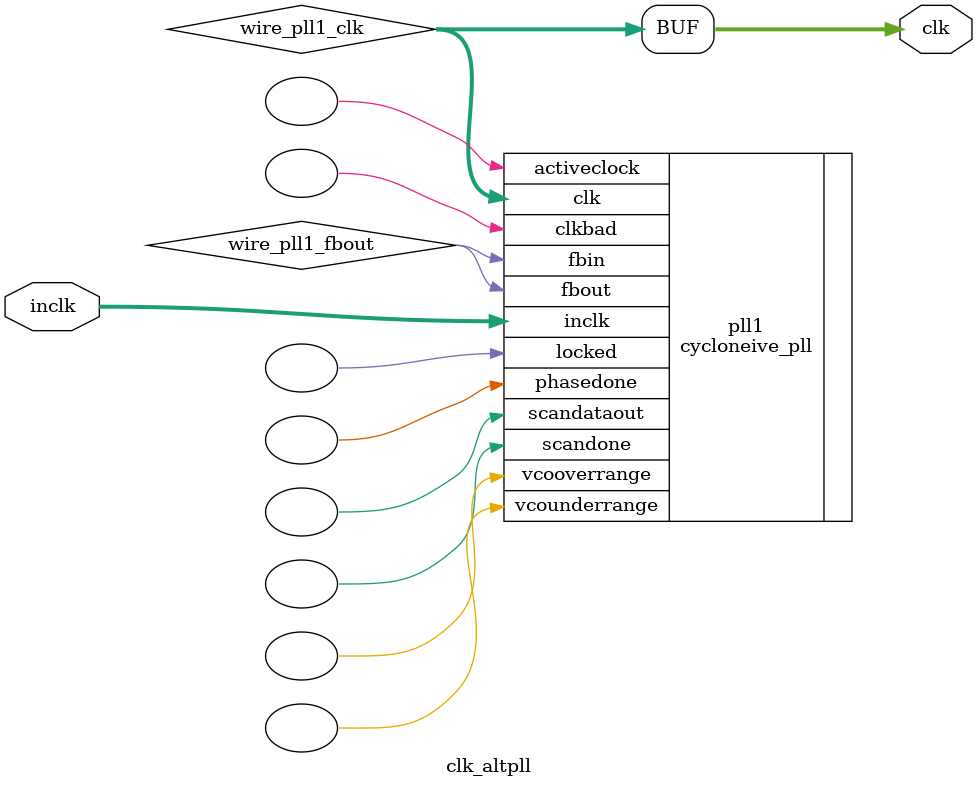
<source format=v>






//synthesis_resources = cycloneive_pll 1 
//synopsys translate_off
`timescale 1 ps / 1 ps
//synopsys translate_on
module  clk_altpll
	( 
	clk,
	inclk) /* synthesis synthesis_clearbox=1 */;
	output   [4:0]  clk;
	input   [1:0]  inclk;
`ifndef ALTERA_RESERVED_QIS
// synopsys translate_off
`endif
	tri0   [1:0]  inclk;
`ifndef ALTERA_RESERVED_QIS
// synopsys translate_on
`endif

	wire  [4:0]   wire_pll1_clk;
	wire  wire_pll1_fbout;

	cycloneive_pll   pll1
	( 
	.activeclock(),
	.clk(wire_pll1_clk),
	.clkbad(),
	.fbin(wire_pll1_fbout),
	.fbout(wire_pll1_fbout),
	.inclk(inclk),
	.locked(),
	.phasedone(),
	.scandataout(),
	.scandone(),
	.vcooverrange(),
	.vcounderrange()
	`ifndef FORMAL_VERIFICATION
	// synopsys translate_off
	`endif
	,
	.areset(1'b0),
	.clkswitch(1'b0),
	.configupdate(1'b0),
	.pfdena(1'b1),
	.phasecounterselect({3{1'b0}}),
	.phasestep(1'b0),
	.phaseupdown(1'b0),
	.scanclk(1'b0),
	.scanclkena(1'b1),
	.scandata(1'b0)
	`ifndef FORMAL_VERIFICATION
	// synopsys translate_on
	`endif
	);
	defparam
		pll1.bandwidth_type = "auto",
		pll1.clk0_divide_by = 25000,
		pll1.clk0_duty_cycle = 50,
		pll1.clk0_multiply_by = 1,
		pll1.clk0_phase_shift = "0",
		pll1.compensate_clock = "clk0",
		pll1.inclk0_input_frequency = 20000,
		pll1.operation_mode = "normal",
		pll1.pll_type = "auto",
		pll1.lpm_type = "cycloneive_pll";
	assign
		clk = {wire_pll1_clk[4:0]};
endmodule //clk_altpll
//VALID FILE

</source>
